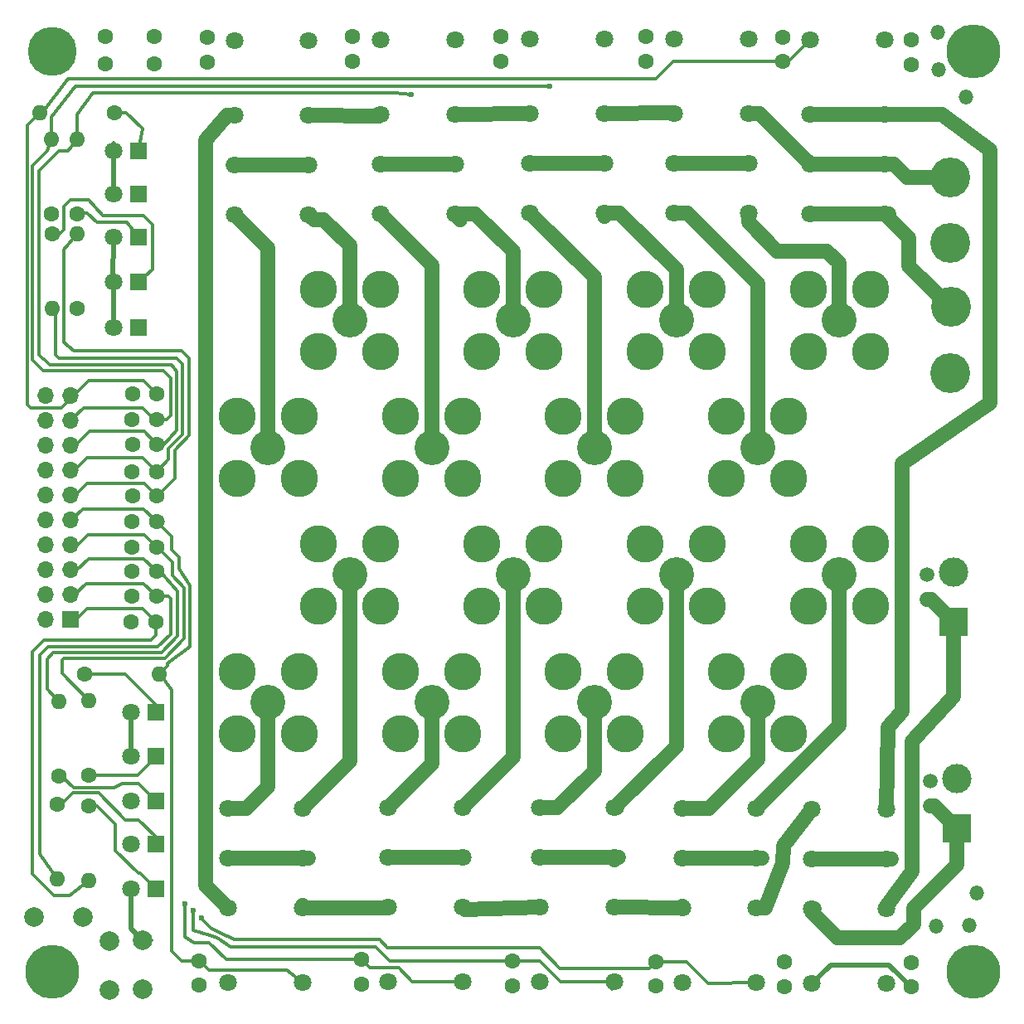
<source format=gbr>
G04 #@! TF.FileFunction,Copper,L2,Bot,Signal*
%FSLAX46Y46*%
G04 Gerber Fmt 4.6, Leading zero omitted, Abs format (unit mm)*
G04 Created by KiCad (PCBNEW 4.0.7) date 11/25/19 11:07:39*
%MOMM*%
%LPD*%
G01*
G04 APERTURE LIST*
%ADD10C,0.100000*%
%ADD11C,3.810000*%
%ADD12C,3.556000*%
%ADD13C,1.800000*%
%ADD14C,1.600000*%
%ADD15O,1.600000X1.600000*%
%ADD16R,1.800000X1.800000*%
%ADD17C,5.500000*%
%ADD18R,1.700000X1.700000*%
%ADD19O,1.700000X1.700000*%
%ADD20C,2.000000*%
%ADD21O,1.500000X1.500000*%
%ADD22C,5.000000*%
%ADD23C,4.064000*%
%ADD24C,1.500000*%
%ADD25R,3.000000X3.000000*%
%ADD26C,3.000000*%
%ADD27C,0.600000*%
%ADD28C,1.500000*%
%ADD29C,0.350000*%
%ADD30C,0.500000*%
G04 APERTURE END LIST*
D10*
D11*
X96825000Y-103325000D03*
D12*
X100000000Y-106500000D03*
D11*
X103175000Y-103325000D03*
X96825000Y-109675000D03*
X103175000Y-109675000D03*
X130158330Y-103325000D03*
D12*
X133333330Y-106500000D03*
D11*
X136508330Y-103325000D03*
X130158330Y-109675000D03*
X136508330Y-109675000D03*
X113525000Y-103325000D03*
D12*
X116700000Y-106500000D03*
D11*
X119875000Y-103325000D03*
X113525000Y-109675000D03*
X119875000Y-109675000D03*
X105125000Y-90325000D03*
D12*
X108300000Y-93500000D03*
D11*
X111475000Y-90325000D03*
X105125000Y-96675000D03*
X111475000Y-96675000D03*
D13*
X109362400Y-59354700D03*
X109362400Y-69514700D03*
X109362400Y-64434700D03*
X101762400Y-64434700D03*
X101762400Y-59354700D03*
X101762400Y-69514700D03*
X109362400Y-51734700D03*
X101762400Y-51734700D03*
D11*
X80158330Y-77325000D03*
D12*
X83333330Y-80500000D03*
D11*
X86508330Y-77325000D03*
X80158330Y-83675000D03*
X86508330Y-83675000D03*
X105158300Y-116325000D03*
D12*
X108333300Y-119500000D03*
D11*
X111508300Y-116325000D03*
X105158300Y-122675000D03*
X111508300Y-122675000D03*
D13*
X70914100Y-140492500D03*
X70914100Y-130332500D03*
X70914100Y-135412500D03*
X78514100Y-135412500D03*
X78514100Y-140492500D03*
X78514100Y-130332500D03*
X70914100Y-148112500D03*
X78514100Y-148112500D03*
X87284400Y-140378200D03*
X87284400Y-130218200D03*
X87284400Y-135298200D03*
X94884400Y-135298200D03*
X94884400Y-140378200D03*
X94884400Y-130218200D03*
X87284400Y-147998200D03*
X94884400Y-147998200D03*
X130502500Y-140606800D03*
X130502500Y-130446800D03*
X130502500Y-135526800D03*
X138102500Y-135526800D03*
X138102500Y-140606800D03*
X138102500Y-130446800D03*
X130502500Y-148226800D03*
X138102500Y-148226800D03*
D14*
X53479700Y-129921000D03*
D15*
X53479700Y-137541000D03*
D14*
X68770500Y-54102000D03*
X68770500Y-51602000D03*
X63535560Y-111257080D03*
X61035560Y-111257080D03*
D16*
X63538100Y-129552700D03*
D13*
X60998100Y-129552700D03*
D14*
X52946300Y-71691500D03*
D15*
X52946300Y-79311500D03*
D16*
X63538100Y-138582400D03*
D13*
X60998100Y-138582400D03*
D16*
X63538100Y-133997700D03*
D13*
X60998100Y-133997700D03*
D14*
X127685800Y-146011900D03*
X127685800Y-148511900D03*
X114604800Y-145961100D03*
X114604800Y-148461100D03*
X99936300Y-145935700D03*
X99936300Y-148435700D03*
X84582000Y-145770600D03*
X84582000Y-148270600D03*
X67970400Y-145884900D03*
X67970400Y-148384900D03*
X83591400Y-54038500D03*
X83591400Y-51538500D03*
X98767900Y-54038500D03*
X98767900Y-51538500D03*
X113563400Y-54025800D03*
X113563400Y-51525800D03*
X59334400Y-59283600D03*
D15*
X51714400Y-59283600D03*
D17*
X147000000Y-53000000D03*
X53000000Y-147000000D03*
D14*
X52920900Y-69596000D03*
D15*
X52920900Y-61976000D03*
D16*
X63538100Y-125031500D03*
D13*
X60998100Y-125031500D03*
D16*
X63512700Y-120535700D03*
D13*
X60972700Y-120535700D03*
D16*
X61800000Y-81200000D03*
D13*
X59260000Y-81200000D03*
D16*
X61800000Y-76600000D03*
D13*
X59260000Y-76600000D03*
D16*
X61800000Y-72000000D03*
D13*
X59260000Y-72000000D03*
D14*
X56667400Y-130048000D03*
D15*
X56667400Y-137668000D03*
D14*
X53644800Y-127025400D03*
D15*
X53644800Y-119405400D03*
D14*
X56730900Y-126949200D03*
D15*
X56730900Y-119329200D03*
D14*
X56273700Y-116624100D03*
D15*
X63893700Y-116624100D03*
D14*
X55525000Y-79325000D03*
D15*
X55525000Y-71705000D03*
D14*
X55475000Y-69625000D03*
D15*
X55475000Y-62005000D03*
D16*
X61800000Y-67600000D03*
D13*
X59260000Y-67600000D03*
D16*
X61800000Y-63200000D03*
D13*
X59260000Y-63200000D03*
D18*
X54864000Y-111061500D03*
D19*
X52324000Y-111061500D03*
X54864000Y-108521500D03*
X52324000Y-108521500D03*
X54864000Y-105981500D03*
X52324000Y-105981500D03*
X54864000Y-103441500D03*
X52324000Y-103441500D03*
X54864000Y-100901500D03*
X52324000Y-100901500D03*
X54864000Y-98361500D03*
X52324000Y-98361500D03*
X54864000Y-95821500D03*
X52324000Y-95821500D03*
X54864000Y-93281500D03*
X52324000Y-93281500D03*
X54864000Y-90741500D03*
X52324000Y-90741500D03*
X54864000Y-88201500D03*
X52324000Y-88201500D03*
D14*
X63652400Y-88011000D03*
X61152400Y-88011000D03*
X63601600Y-90627200D03*
X61101600Y-90627200D03*
X63652400Y-93141800D03*
X61152400Y-93141800D03*
X63601600Y-95935800D03*
X61101600Y-95935800D03*
X63652400Y-98399600D03*
X61152400Y-98399600D03*
X63601600Y-101041200D03*
X61101600Y-101041200D03*
X63627000Y-103632000D03*
X61127000Y-103632000D03*
X63627000Y-106146600D03*
X61127000Y-106146600D03*
X63591440Y-108686600D03*
X61091440Y-108686600D03*
D20*
X58790840Y-148859240D03*
X58790840Y-143859240D03*
X62191900Y-148805900D03*
X62191900Y-143805900D03*
X56121300Y-141401800D03*
X51121300Y-141401800D03*
D17*
X147000000Y-147000000D03*
D21*
X143370000Y-51100000D03*
X143510000Y-54864000D03*
X143192500Y-142367000D03*
X146621500Y-142303500D03*
D13*
X117269100Y-140517900D03*
X117269100Y-130357900D03*
X117269100Y-135437900D03*
X124869100Y-135437900D03*
X124869100Y-140517900D03*
X124869100Y-130357900D03*
X117269100Y-148137900D03*
X124869100Y-148137900D03*
X102765700Y-140454400D03*
X102765700Y-130294400D03*
X102765700Y-135374400D03*
X110365700Y-135374400D03*
X110365700Y-140454400D03*
X110365700Y-130294400D03*
X102765700Y-148074400D03*
X110365700Y-148074400D03*
X79161800Y-59532500D03*
X79161800Y-69692500D03*
X79161800Y-64612500D03*
X71561800Y-64612500D03*
X71561800Y-59532500D03*
X71561800Y-69692500D03*
X79161800Y-51912500D03*
X71561800Y-51912500D03*
X94071600Y-59507100D03*
X94071600Y-69667100D03*
X94071600Y-64587100D03*
X86471600Y-64587100D03*
X86471600Y-59507100D03*
X86471600Y-69667100D03*
X94071600Y-51887100D03*
X86471600Y-51887100D03*
X124056300Y-59392800D03*
X124056300Y-69552800D03*
X124056300Y-64472800D03*
X116456300Y-64472800D03*
X116456300Y-59392800D03*
X116456300Y-69552800D03*
X124056300Y-51772800D03*
X116456300Y-51772800D03*
X137962800Y-59469000D03*
X137962800Y-69629000D03*
X137962800Y-64549000D03*
X130362800Y-64549000D03*
X130362800Y-59469000D03*
X130362800Y-69629000D03*
X137962800Y-51849000D03*
X130362800Y-51849000D03*
D22*
X53000000Y-53000000D03*
D11*
X71825000Y-90325000D03*
D12*
X75000000Y-93500000D03*
D11*
X78175000Y-90325000D03*
X71825000Y-96675000D03*
X78175000Y-96675000D03*
X96825000Y-77325000D03*
D12*
X100000000Y-80500000D03*
D11*
X103175000Y-77325000D03*
X96825000Y-83675000D03*
X103175000Y-83675000D03*
X121825000Y-116325000D03*
D12*
X125000000Y-119500000D03*
D11*
X128175000Y-116325000D03*
X121825000Y-122675000D03*
X128175000Y-122675000D03*
X88525000Y-90325000D03*
D12*
X91700000Y-93500000D03*
D11*
X94875000Y-90325000D03*
X88525000Y-96675000D03*
X94875000Y-96675000D03*
X113525000Y-77325000D03*
D12*
X116700000Y-80500000D03*
D11*
X119875000Y-77325000D03*
X113525000Y-83675000D03*
X119875000Y-83675000D03*
X130158330Y-77325000D03*
D12*
X133333330Y-80500000D03*
D11*
X136508330Y-77325000D03*
X130158330Y-83675000D03*
X136508330Y-83675000D03*
X88525000Y-116325000D03*
D12*
X91700000Y-119500000D03*
D11*
X94875000Y-116325000D03*
X88525000Y-122675000D03*
X94875000Y-122675000D03*
X121825000Y-90325000D03*
D12*
X125000000Y-93500000D03*
D11*
X128175000Y-90325000D03*
X121825000Y-96675000D03*
X128175000Y-96675000D03*
X71825000Y-116325000D03*
D12*
X75000000Y-119500000D03*
D11*
X78175000Y-116325000D03*
X71825000Y-122675000D03*
X78175000Y-122675000D03*
X80158333Y-103325000D03*
D12*
X83333333Y-106500000D03*
D11*
X86508333Y-103325000D03*
X80158333Y-109675000D03*
X86508333Y-109675000D03*
D14*
X127520700Y-54063900D03*
X127520700Y-51563900D03*
D23*
X144627600Y-65938400D03*
X144780000Y-79146400D03*
X144627600Y-85902800D03*
D21*
X147383500Y-139001500D03*
X146304000Y-57658000D03*
D23*
X144627600Y-72593200D03*
D24*
X142610800Y-130048000D03*
X142610800Y-127508000D03*
D25*
X145338800Y-132334000D03*
D26*
X145338800Y-127254000D03*
D24*
X142295840Y-108966000D03*
X142295840Y-106426000D03*
D25*
X145023840Y-111252000D03*
D26*
X145023840Y-106172000D03*
D14*
X140716000Y-146050000D03*
X140716000Y-148550000D03*
X140716000Y-54356000D03*
X140716000Y-51856000D03*
X58400000Y-54300000D03*
X63400000Y-54300000D03*
X58400000Y-51500000D03*
X63400000Y-51500000D03*
D27*
X68224400Y-141516100D03*
X67348100Y-140741400D03*
X66469260Y-140055600D03*
X89662000Y-57404000D03*
X103797100Y-56553100D03*
D28*
X83333330Y-80500000D02*
X83333330Y-72868530D01*
X80675300Y-70210500D02*
X79679800Y-70210500D01*
X83333330Y-72868530D02*
X80675300Y-70210500D01*
X79679800Y-70210500D02*
X79161800Y-69692500D01*
X79679800Y-70210500D02*
X79161800Y-69692500D01*
X133333330Y-106500000D02*
X133333330Y-121893670D01*
X133333330Y-121893670D02*
X124869100Y-130357900D01*
X124869100Y-130357900D02*
X124869100Y-130210400D01*
D29*
X63535560Y-111257080D02*
X63535560Y-112638840D01*
X54724300Y-139255500D02*
X56667400Y-137668000D01*
X53098700Y-139255500D02*
X54724300Y-139255500D01*
X50969002Y-137024202D02*
X53098700Y-139255500D01*
X50969002Y-114308798D02*
X50969002Y-137024202D01*
X52120800Y-113157000D02*
X50969002Y-114308798D01*
X63017400Y-113157000D02*
X52120800Y-113157000D01*
X63535560Y-112638840D02*
X63017400Y-113157000D01*
X54864000Y-111061500D02*
X55377080Y-111061500D01*
X55377080Y-111061500D02*
X56494680Y-109943900D01*
X56494680Y-109943900D02*
X62222380Y-109943900D01*
X62222380Y-109943900D02*
X63535560Y-111257080D01*
X114604800Y-145961100D02*
X117729000Y-145961100D01*
X119969300Y-148201400D02*
X124869100Y-148137900D01*
X117729000Y-145961100D02*
X119969300Y-148201400D01*
X68224400Y-141516100D02*
X68224400Y-141566900D01*
X113919000Y-146646900D02*
X114604800Y-145961100D01*
X104813100Y-146646900D02*
X113919000Y-146646900D01*
X102717600Y-144551400D02*
X104813100Y-146646900D01*
X87185500Y-144551400D02*
X102717600Y-144551400D01*
X86385400Y-143751300D02*
X87185500Y-144551400D01*
X71551800Y-143751300D02*
X86385400Y-143751300D01*
X70065900Y-143002000D02*
X71551800Y-143751300D01*
X69176900Y-142519400D02*
X70065900Y-143002000D01*
X68224400Y-141566900D02*
X69176900Y-142519400D01*
X53479700Y-137541000D02*
X53492400Y-137541000D01*
X63591440Y-108686600D02*
X64795400Y-108686600D01*
X51663600Y-134975600D02*
X53479700Y-137541000D01*
X51663600Y-114681000D02*
X51663600Y-134975600D01*
X52501800Y-113842800D02*
X51663600Y-114681000D01*
X63741300Y-113842800D02*
X52501800Y-113842800D01*
X65036700Y-112547400D02*
X63741300Y-113842800D01*
X65036700Y-108927900D02*
X65036700Y-112547400D01*
X64795400Y-108686600D02*
X65036700Y-108927900D01*
X54864000Y-108521500D02*
X55262780Y-108521500D01*
X55262780Y-108521500D02*
X56410860Y-107373420D01*
X56410860Y-107373420D02*
X62278260Y-107373420D01*
X62278260Y-107373420D02*
X63591440Y-108686600D01*
X63591440Y-108686600D02*
X63982600Y-108686600D01*
X99936300Y-145935700D02*
X102730300Y-145935700D01*
X104869000Y-148074400D02*
X110365700Y-148074400D01*
X102730300Y-145935700D02*
X104869000Y-148074400D01*
X99936300Y-145935700D02*
X87452200Y-145935700D01*
X67348100Y-142786100D02*
X67348100Y-140741400D01*
X69075300Y-143256000D02*
X67348100Y-142786100D01*
X69850000Y-143586200D02*
X69075300Y-143256000D01*
X71145400Y-144449800D02*
X69850000Y-143586200D01*
X85966300Y-144449800D02*
X71145400Y-144449800D01*
X87452200Y-145935700D02*
X85966300Y-144449800D01*
X110365700Y-148074400D02*
X110111700Y-148815900D01*
X63627000Y-106146600D02*
X63969900Y-106146600D01*
X63969900Y-106146600D02*
X65722500Y-108165900D01*
X52425600Y-118186200D02*
X53644800Y-119405400D01*
X52425600Y-115062000D02*
X52425600Y-118186200D01*
X53073300Y-114414300D02*
X52425600Y-115062000D01*
X64160400Y-114414300D02*
X53073300Y-114414300D01*
X65722500Y-112737900D02*
X64160400Y-114414300D01*
X65722500Y-108165900D02*
X65722500Y-112737900D01*
X54864000Y-105981500D02*
X55511700Y-105981500D01*
X55511700Y-105981500D02*
X56662320Y-104830880D01*
X56662320Y-104830880D02*
X62311280Y-104830880D01*
X62311280Y-104830880D02*
X63627000Y-106146600D01*
X63627000Y-106146600D02*
X64046100Y-106146600D01*
X84582000Y-145770600D02*
X85407500Y-146596100D01*
X89730600Y-147998200D02*
X94884400Y-147998200D01*
X88328500Y-146596100D02*
X89730600Y-147998200D01*
X85407500Y-146596100D02*
X88328500Y-146596100D01*
X84582000Y-145770600D02*
X70726300Y-145770600D01*
X66469260Y-143469360D02*
X66469260Y-140055600D01*
X67424300Y-144030700D02*
X66469260Y-143469360D01*
X68986400Y-144030700D02*
X67424300Y-144030700D01*
X70726300Y-145770600D02*
X68986400Y-144030700D01*
X94884400Y-147998200D02*
X94884400Y-148485700D01*
X63627000Y-103632000D02*
X63715900Y-103632000D01*
X63715900Y-103632000D02*
X65239900Y-105156000D01*
X53949600Y-116547900D02*
X56730900Y-119329200D01*
X53949600Y-115163600D02*
X53949600Y-116547900D01*
X54140100Y-114973100D02*
X53949600Y-115163600D01*
X64516000Y-114973100D02*
X54140100Y-114973100D01*
X66400000Y-112966500D02*
X64516000Y-114973100D01*
X66400000Y-107810300D02*
X66400000Y-112966500D01*
X65239900Y-106527600D02*
X66400000Y-107810300D01*
X65239900Y-105156000D02*
X65239900Y-106527600D01*
X54864000Y-103441500D02*
X55592980Y-103441500D01*
X55592980Y-103441500D02*
X56634380Y-102400100D01*
X56634380Y-102400100D02*
X62395100Y-102400100D01*
X62395100Y-102400100D02*
X63627000Y-103632000D01*
X65188842Y-143394882D02*
X65188842Y-144906742D01*
X66167000Y-145884900D02*
X67970400Y-145884900D01*
X65188842Y-144906742D02*
X66167000Y-145884900D01*
X67970400Y-145884900D02*
X68008500Y-145884900D01*
X68008500Y-145884900D02*
X68948300Y-146824700D01*
X76921500Y-146824700D02*
X78514100Y-148112500D01*
X68948300Y-146824700D02*
X76921500Y-146824700D01*
X63893700Y-116624100D02*
X63985140Y-116624100D01*
X63985140Y-116624100D02*
X65184020Y-118219220D01*
X65184020Y-118219220D02*
X65188842Y-143394882D01*
X63601600Y-101041200D02*
X64287400Y-101041200D01*
X63601600Y-101041200D02*
X63652400Y-101041200D01*
X63652400Y-101041200D02*
X65151000Y-102539800D01*
X64714304Y-115803496D02*
X63893700Y-116624100D01*
X64714304Y-115557300D02*
X64714304Y-115803496D01*
X67000000Y-113799002D02*
X64714304Y-115557300D01*
X67000000Y-107576002D02*
X67000000Y-113799002D01*
X65938400Y-105841800D02*
X67000000Y-107576002D01*
X65938400Y-104711500D02*
X65938400Y-105841800D01*
X65151000Y-103924100D02*
X65938400Y-104711500D01*
X65151000Y-102539800D02*
X65151000Y-103924100D01*
X63601600Y-101041200D02*
X64312800Y-101041200D01*
X54864000Y-100901500D02*
X54919880Y-100901500D01*
X54919880Y-100901500D02*
X56075580Y-99745800D01*
X56075580Y-99745800D02*
X62306200Y-99745800D01*
X62306200Y-99745800D02*
X63601600Y-101041200D01*
X63601600Y-101041200D02*
X64211200Y-101041200D01*
X71561800Y-51912500D02*
X71561800Y-51234500D01*
X63652400Y-98399600D02*
X63690500Y-98399600D01*
X63690500Y-98399600D02*
X65468500Y-96621600D01*
X54155600Y-73254400D02*
X55525000Y-71705000D01*
X54155600Y-82741300D02*
X54155600Y-73254400D01*
X55130700Y-83591400D02*
X54155600Y-82741300D01*
X66179700Y-83591400D02*
X55130700Y-83591400D01*
X66941700Y-84353400D02*
X66179700Y-83591400D01*
X66941700Y-92278200D02*
X66941700Y-84353400D01*
X65468500Y-93751400D02*
X66941700Y-92278200D01*
X65468500Y-96621600D02*
X65468500Y-93751400D01*
X63652400Y-98399600D02*
X63804800Y-98399600D01*
X54864000Y-98361500D02*
X55336440Y-98361500D01*
X55336440Y-98361500D02*
X56550560Y-97147380D01*
X56550560Y-97147380D02*
X62400180Y-97147380D01*
X62400180Y-97147380D02*
X63652400Y-98399600D01*
X63652400Y-98399600D02*
X63652400Y-98348800D01*
X86471600Y-51887100D02*
X86471600Y-51463100D01*
X63601600Y-95935800D02*
X63627000Y-95935800D01*
X63627000Y-95935800D02*
X64846200Y-94716600D01*
X53301900Y-84010500D02*
X53301900Y-79667100D01*
X53682900Y-84391500D02*
X53301900Y-84010500D01*
X65684400Y-84391500D02*
X53682900Y-84391500D01*
X66255900Y-84963000D02*
X65684400Y-84391500D01*
X66255900Y-92163900D02*
X66255900Y-84963000D01*
X64846200Y-93573600D02*
X66255900Y-92163900D01*
X64846200Y-94716600D02*
X64846200Y-93573600D01*
X53301900Y-79667100D02*
X52946300Y-79311500D01*
X63601600Y-95935800D02*
X63957200Y-95935800D01*
X54864000Y-95821500D02*
X55222140Y-95821500D01*
X55222140Y-95821500D02*
X56522620Y-94521020D01*
X56522620Y-94521020D02*
X62186820Y-94521020D01*
X62186820Y-94521020D02*
X63601600Y-95935800D01*
X101762400Y-51734700D02*
X101762400Y-51056700D01*
X55475000Y-62005000D02*
X55475000Y-59472700D01*
X87938702Y-57293602D02*
X89662000Y-57404000D01*
X57082598Y-57293602D02*
X87938702Y-57293602D01*
X55475000Y-59472700D02*
X57082598Y-57293602D01*
X52146200Y-84429600D02*
X52019200Y-84429600D01*
X54571900Y-63207900D02*
X55475000Y-62005000D01*
X53606700Y-63207900D02*
X54571900Y-63207900D01*
X51587400Y-65227200D02*
X53606700Y-63207900D01*
X51587400Y-83997800D02*
X51587400Y-65227200D01*
X52019200Y-84429600D02*
X51587400Y-83997800D01*
X63652400Y-93141800D02*
X64389000Y-93141800D01*
X64389000Y-93141800D02*
X65659000Y-91719400D01*
X52730400Y-85013800D02*
X52146200Y-84429600D01*
X65125600Y-85013800D02*
X52730400Y-85013800D01*
X65659000Y-85750400D02*
X65125600Y-85013800D01*
X65659000Y-91719400D02*
X65659000Y-85750400D01*
X54864000Y-93281500D02*
X55331360Y-93281500D01*
X55331360Y-93281500D02*
X56774080Y-91838780D01*
X56774080Y-91838780D02*
X62349380Y-91838780D01*
X62349380Y-91838780D02*
X63652400Y-93141800D01*
D30*
X140716000Y-148550000D02*
X140676000Y-148550000D01*
X140676000Y-148550000D02*
X138430000Y-146304000D01*
X138430000Y-146304000D02*
X132425300Y-146304000D01*
X132425300Y-146304000D02*
X130502500Y-148226800D01*
X70914100Y-148112500D02*
X70769500Y-148112500D01*
X94071600Y-51887100D02*
X93667600Y-51887100D01*
X124056300Y-51772800D02*
X123906300Y-51772800D01*
X102765700Y-148074400D02*
X102765700Y-147571300D01*
X62191900Y-143805900D02*
X63077100Y-143805900D01*
X60972700Y-120535700D02*
X60972700Y-125006100D01*
X60972700Y-125006100D02*
X60998100Y-125031500D01*
X59260000Y-63200000D02*
X59260000Y-62409600D01*
X60998100Y-138582400D02*
X60998100Y-142612100D01*
X60998100Y-142612100D02*
X62191900Y-143805900D01*
X59260000Y-76600000D02*
X59260000Y-81200000D01*
X59260000Y-72000000D02*
X59183800Y-76523800D01*
X59183800Y-76523800D02*
X59260000Y-76600000D01*
X59254920Y-71994920D02*
X59260000Y-72000000D01*
X59260000Y-67600000D02*
X59204120Y-63255880D01*
X59204120Y-63255880D02*
X59260000Y-63200000D01*
X59260000Y-63113640D02*
X59260000Y-63200000D01*
D29*
X59310800Y-71949200D02*
X59260000Y-72000000D01*
D30*
X61035560Y-111257080D02*
X61020960Y-111257080D01*
D29*
X59326040Y-67640640D02*
X59219360Y-67640640D01*
X56667400Y-130048000D02*
X57505600Y-130048000D01*
X61912500Y-136956800D02*
X63538100Y-138582400D01*
X61734700Y-136956800D02*
X61912500Y-136956800D01*
X59436000Y-134658100D02*
X61734700Y-136956800D01*
X59436000Y-131978400D02*
X59436000Y-134658100D01*
X57505600Y-130048000D02*
X59436000Y-131978400D01*
X53479700Y-129921000D02*
X53886100Y-129921000D01*
X53886100Y-129921000D02*
X55041800Y-128765300D01*
X55041800Y-128765300D02*
X57696100Y-128765300D01*
X57696100Y-128765300D02*
X60426600Y-131495800D01*
X60426600Y-131495800D02*
X61798200Y-131495800D01*
X61798200Y-131495800D02*
X63538100Y-133235700D01*
X63538100Y-133235700D02*
X63538100Y-133997700D01*
X53644800Y-127025400D02*
X53924200Y-127025400D01*
X53924200Y-127025400D02*
X55194200Y-128206500D01*
X55194200Y-128206500D02*
X59296300Y-128206500D01*
X59296300Y-128206500D02*
X60071000Y-127800100D01*
X60071000Y-127800100D02*
X61785500Y-127800100D01*
X61785500Y-127800100D02*
X63538100Y-129552700D01*
X56730900Y-126949200D02*
X61683900Y-126949200D01*
X61683900Y-126949200D02*
X63538100Y-125095000D01*
X63538100Y-125095000D02*
X63538100Y-125031500D01*
X56273700Y-116624100D02*
X60401200Y-116624100D01*
X60401200Y-116624100D02*
X63512700Y-119735600D01*
X63512700Y-119735600D02*
X63512700Y-120535700D01*
X52946300Y-71691500D02*
X53721000Y-71691500D01*
X53721000Y-71691500D02*
X54178200Y-71234300D01*
X63232598Y-75332682D02*
X61800000Y-76600000D01*
X63232598Y-70735098D02*
X63232598Y-75332682D01*
X62296040Y-69842380D02*
X63232598Y-70735098D01*
X58092340Y-69842380D02*
X62296040Y-69842380D01*
X56705500Y-68211700D02*
X58092340Y-69842380D01*
X54825900Y-68211700D02*
X56705500Y-68211700D01*
X54178200Y-68859400D02*
X54825900Y-68211700D01*
X54178200Y-71234300D02*
X54178200Y-68859400D01*
X55475000Y-69625000D02*
X56540400Y-69545200D01*
X60568840Y-70510400D02*
X61800000Y-72000000D01*
X57505600Y-70510400D02*
X60568840Y-70510400D01*
X56540400Y-69545200D02*
X57505600Y-70510400D01*
X61800000Y-72000000D02*
X62485800Y-72000000D01*
X127520700Y-54063900D02*
X128147900Y-54063900D01*
X128147900Y-54063900D02*
X130362800Y-51849000D01*
X127520700Y-54063900D02*
X116420900Y-54063900D01*
X116420900Y-54063900D02*
X114618689Y-55866111D01*
X51714400Y-59283600D02*
X51930300Y-59283600D01*
X51930300Y-59283600D02*
X54592220Y-55859680D01*
X54592220Y-55859680D02*
X114618689Y-55866111D01*
X54864000Y-88201500D02*
X54864000Y-88493600D01*
X54864000Y-88493600D02*
X53898800Y-89458800D01*
X53898800Y-89458800D02*
X50774600Y-89458800D01*
X50774600Y-89458800D02*
X50419000Y-89103200D01*
X50419000Y-89103200D02*
X50419000Y-60579000D01*
X50419000Y-60579000D02*
X51714400Y-59283600D01*
X54864000Y-88201500D02*
X54810660Y-88201500D01*
X54864000Y-88201500D02*
X55130700Y-88201500D01*
X55130700Y-88201500D02*
X56690260Y-86641940D01*
X62283340Y-86641940D02*
X63652400Y-88011000D01*
X56690260Y-86641940D02*
X62283340Y-86641940D01*
X116456300Y-51772800D02*
X116456300Y-51094800D01*
X52920900Y-61976000D02*
X52920900Y-59702700D01*
X55372000Y-56553100D02*
X103797100Y-56553100D01*
X52920900Y-59702700D02*
X55372000Y-56553100D01*
X52920900Y-61976000D02*
X52920900Y-61252100D01*
X52920900Y-61976000D02*
X52438300Y-63233300D01*
X64643000Y-90627200D02*
X65074800Y-90195400D01*
X65074800Y-90195400D02*
X65074800Y-86410800D01*
X65074800Y-86410800D02*
X64287400Y-85623400D01*
X64287400Y-85623400D02*
X52019200Y-85623400D01*
X52019200Y-85623400D02*
X50969002Y-84573202D01*
X50969002Y-84573202D02*
X50969002Y-64702598D01*
X50969002Y-64702598D02*
X52438300Y-63233300D01*
X64643000Y-90627200D02*
X63601600Y-90627200D01*
X63601600Y-90627200D02*
X63385700Y-90627200D01*
X63385700Y-90627200D02*
X62194440Y-89435940D01*
X56169560Y-89435940D02*
X54864000Y-90741500D01*
X62194440Y-89435940D02*
X56169560Y-89435940D01*
X61800000Y-67600000D02*
X62018440Y-67600000D01*
X59334400Y-59283600D02*
X60528200Y-59283600D01*
X62194440Y-60949840D02*
X61800000Y-63200000D01*
X60528200Y-59283600D02*
X62194440Y-60949840D01*
X61916840Y-63200000D02*
X61800000Y-63200000D01*
D28*
X130502500Y-140606800D02*
X130502500Y-140941900D01*
X130502500Y-140941900D02*
X133121400Y-143560800D01*
X145338800Y-136067800D02*
X145338800Y-132334000D01*
X140893800Y-140512800D02*
X145338800Y-136067800D01*
X140893800Y-142189200D02*
X140893800Y-140512800D01*
X139522200Y-143560800D02*
X140893800Y-142189200D01*
X133121400Y-143560800D02*
X139522200Y-143560800D01*
X130502500Y-140606800D02*
X130769380Y-140606800D01*
X142610800Y-130048000D02*
X143052800Y-130048000D01*
X143052800Y-130048000D02*
X145338800Y-132334000D01*
X145338800Y-132334000D02*
X144896800Y-132334000D01*
X116700000Y-80500000D02*
X116700000Y-75298000D01*
X110916700Y-69514700D02*
X109362400Y-69514700D01*
X116700000Y-75298000D02*
X110916700Y-69514700D01*
X109362400Y-69514700D02*
X109362400Y-69916200D01*
X108300000Y-93500000D02*
X108300000Y-76052300D01*
X108300000Y-76052300D02*
X101762400Y-69514700D01*
X102260400Y-70012700D02*
X101762400Y-69514700D01*
X116700000Y-106500000D02*
X116700000Y-123960100D01*
X116700000Y-123960100D02*
X110365700Y-130294400D01*
X110365700Y-130294400D02*
X110599200Y-130294400D01*
X108333300Y-119500000D02*
X108333300Y-126515100D01*
X104554000Y-130294400D02*
X102765700Y-130294400D01*
X108333300Y-126515100D02*
X104554000Y-130294400D01*
X108496100Y-119646700D02*
X108623100Y-119519700D01*
X108470700Y-119672100D02*
X108623100Y-119519700D01*
X124056300Y-69552800D02*
X124056300Y-70513100D01*
X133333330Y-74659330D02*
X133333330Y-80500000D01*
X132080000Y-73406000D02*
X133333330Y-74659330D01*
X126949200Y-73406000D02*
X132080000Y-73406000D01*
X124056300Y-70513100D02*
X126949200Y-73406000D01*
X91700000Y-119500000D02*
X91700000Y-125802600D01*
X91700000Y-125802600D02*
X87284400Y-130218200D01*
X87695900Y-129806700D02*
X87284400Y-130218200D01*
X91973400Y-119481600D02*
X92049600Y-119405400D01*
X92202000Y-119557800D02*
X92049600Y-119405400D01*
X75000000Y-119500000D02*
X75000000Y-128098400D01*
X72765900Y-130332500D02*
X70914100Y-130332500D01*
X75000000Y-128098400D02*
X72765900Y-130332500D01*
X75234800Y-119659400D02*
X75057000Y-119481600D01*
X74993500Y-119545100D02*
X75057000Y-119481600D01*
X74866500Y-119672100D02*
X75057000Y-119481600D01*
X144780000Y-79146400D02*
X144627600Y-79146400D01*
X144627600Y-79146400D02*
X140411200Y-74930000D01*
X140411200Y-74930000D02*
X140411200Y-72077400D01*
X140411200Y-72077400D02*
X137962800Y-69629000D01*
X137962800Y-69629000D02*
X138386800Y-69629000D01*
X130362800Y-69629000D02*
X137962800Y-69629000D01*
X142295840Y-108966000D02*
X142737840Y-108966000D01*
X142737840Y-108966000D02*
X145023840Y-111252000D01*
X138102500Y-140606800D02*
X138102500Y-140334840D01*
X138102500Y-140334840D02*
X140731674Y-136799125D01*
X140731674Y-136799125D02*
X140762183Y-123487054D01*
X140762183Y-123487054D02*
X145023840Y-118922800D01*
X145023840Y-118922800D02*
X145023840Y-111252000D01*
X75000000Y-93500000D02*
X75000000Y-73130700D01*
X75000000Y-73130700D02*
X71561800Y-69692500D01*
X91700000Y-93500000D02*
X91700000Y-74895500D01*
X91700000Y-74895500D02*
X86471600Y-69667100D01*
X125000000Y-93500000D02*
X125000000Y-76740000D01*
X117812800Y-69552800D02*
X116456300Y-69552800D01*
X125000000Y-76740000D02*
X117812800Y-69552800D01*
X100000000Y-106500000D02*
X100000000Y-125102600D01*
X100000000Y-125102600D02*
X94884400Y-130218200D01*
X83333333Y-106500000D02*
X83333333Y-125513267D01*
X83333333Y-125513267D02*
X78514100Y-130332500D01*
X124869100Y-135437900D02*
X117269100Y-135437900D01*
X124869100Y-135437900D02*
X125432800Y-135437900D01*
X110365700Y-135374400D02*
X102765700Y-135374400D01*
X110365700Y-135374400D02*
X110365700Y-135607900D01*
X110365700Y-135333900D02*
X110365700Y-135374400D01*
X110365700Y-135374400D02*
X110789700Y-135374400D01*
X87284400Y-135298200D02*
X94884400Y-135298200D01*
X94884400Y-135298200D02*
X94884400Y-135298200D01*
X78514100Y-135412500D02*
X70914100Y-135412500D01*
X78514100Y-135412500D02*
X79128600Y-135412500D01*
X79161800Y-64612500D02*
X71561800Y-64612500D01*
X71561800Y-64612500D02*
X71645800Y-64612500D01*
X71561800Y-64612500D02*
X71391800Y-64612500D01*
X86471600Y-64587100D02*
X94071600Y-64587100D01*
X101762400Y-64434700D02*
X109362400Y-64434700D01*
X116456300Y-64472800D02*
X124056300Y-64472800D01*
X116456300Y-64472800D02*
X116456300Y-64576800D01*
X100000000Y-80500000D02*
X100000000Y-73482400D01*
X96184700Y-69667100D02*
X94071600Y-69667100D01*
X100000000Y-73482400D02*
X96184700Y-69667100D01*
X94449900Y-70045400D02*
X94071600Y-69667100D01*
X94589600Y-70185100D02*
X94071600Y-69667100D01*
X137962800Y-64549000D02*
X138869400Y-64549000D01*
X140258800Y-65938400D02*
X144627600Y-65938400D01*
X138869400Y-64549000D02*
X140258800Y-65938400D01*
X124056300Y-59392800D02*
X125206600Y-59392800D01*
X125206600Y-59392800D02*
X130362800Y-64549000D01*
X130139300Y-64325500D02*
X130362800Y-64549000D01*
X137962800Y-64549000D02*
X130362800Y-64549000D01*
X124056300Y-59392800D02*
X124480300Y-59392800D01*
X137962800Y-64549000D02*
X138092200Y-64549000D01*
X124869100Y-140517900D02*
X125737600Y-140517900D01*
X125737600Y-140517900D02*
X127571500Y-135890000D01*
X127609600Y-134162800D02*
X130502500Y-130446800D01*
X127571500Y-135890000D02*
X127609600Y-134162800D01*
X110365700Y-140454400D02*
X117269100Y-140517900D01*
X117269100Y-140517900D02*
X117269100Y-140350400D01*
X110365700Y-140454400D02*
X110853200Y-140454400D01*
X102765700Y-140454400D02*
X95138400Y-140632200D01*
X95138400Y-140632200D02*
X94884400Y-140378200D01*
X78514100Y-140492500D02*
X87157400Y-140505200D01*
X87157400Y-140505200D02*
X87284400Y-140378200D01*
X78514100Y-140492500D02*
X79065100Y-140492500D01*
X78514100Y-140492500D02*
X78514100Y-140281500D01*
X70914100Y-140492500D02*
X68788300Y-138397000D01*
X68618100Y-62115700D02*
X70858400Y-59532500D01*
X68618100Y-138226800D02*
X68618100Y-62115700D01*
X68788300Y-138397000D02*
X68618100Y-138226800D01*
X70858400Y-59532500D02*
X71561800Y-59532500D01*
X71561800Y-59532500D02*
X71137800Y-59532500D01*
X79161800Y-59532500D02*
X86344600Y-59634100D01*
X86344600Y-59634100D02*
X86471600Y-59507100D01*
X94071600Y-59507100D02*
X101698900Y-59418200D01*
X101698900Y-59418200D02*
X101762400Y-59354700D01*
X109362400Y-59354700D02*
X116329300Y-59265800D01*
X116329300Y-59265800D02*
X116456300Y-59392800D01*
X116456300Y-59392800D02*
X116413300Y-59392800D01*
X116456300Y-59392800D02*
X116456300Y-59496800D01*
X125000000Y-119500000D02*
X125000000Y-125342400D01*
X119984500Y-130357900D02*
X117269100Y-130357900D01*
X125000000Y-125342400D02*
X119984500Y-130357900D01*
X124091700Y-119634000D02*
X124244100Y-119481600D01*
X137962800Y-59469000D02*
X143835100Y-59469000D01*
X148742400Y-63093600D02*
X148694140Y-70401000D01*
X143835100Y-59469000D02*
X148742400Y-63093600D01*
X138102500Y-130446800D02*
X138321858Y-122028834D01*
X148694140Y-88925400D02*
X148694140Y-70401000D01*
X139760960Y-95145860D02*
X148694140Y-88925400D01*
X139760960Y-120444260D02*
X139760960Y-95145860D01*
X138321858Y-122028834D02*
X139760960Y-120444260D01*
X130362800Y-59469000D02*
X137962800Y-59469000D01*
X138102500Y-135526800D02*
X138102500Y-135458040D01*
X138102500Y-135526800D02*
X130502500Y-135526800D01*
X138102500Y-135526800D02*
X138643340Y-135526800D01*
X138102500Y-135526800D02*
X138590000Y-135526800D01*
M02*

</source>
